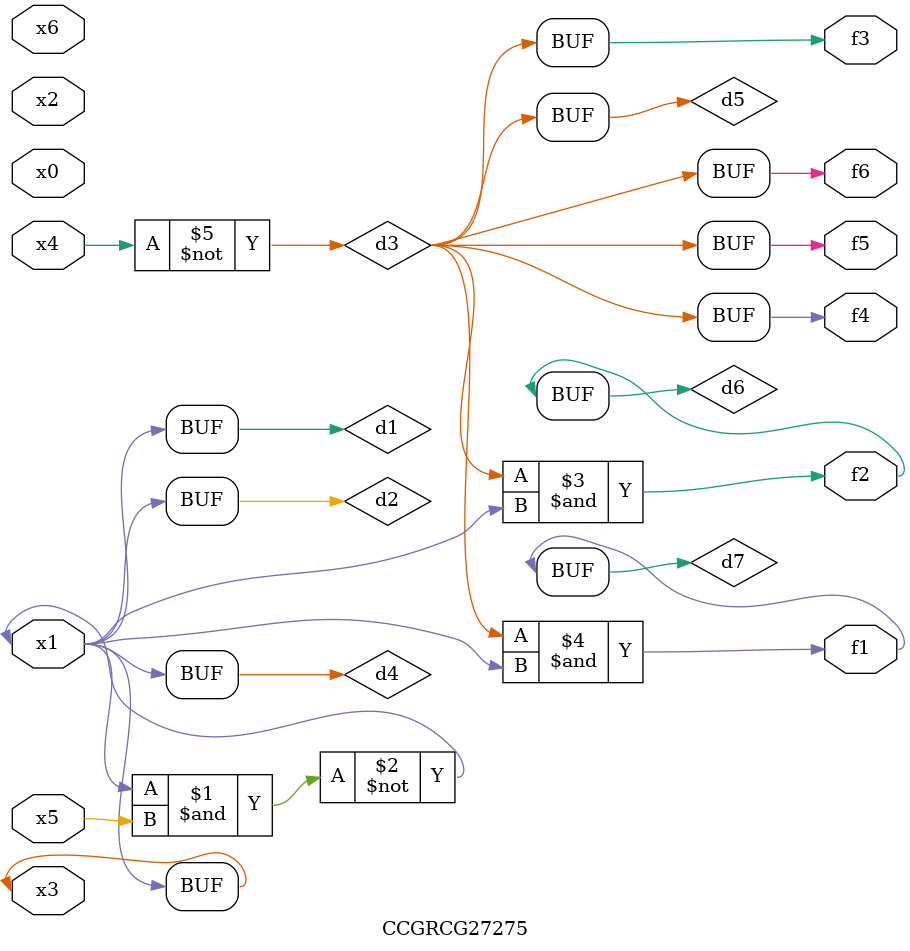
<source format=v>
module CCGRCG27275(
	input x0, x1, x2, x3, x4, x5, x6,
	output f1, f2, f3, f4, f5, f6
);

	wire d1, d2, d3, d4, d5, d6, d7;

	buf (d1, x1, x3);
	nand (d2, x1, x5);
	not (d3, x4);
	buf (d4, d1, d2);
	buf (d5, d3);
	and (d6, d3, d4);
	and (d7, d3, d4);
	assign f1 = d7;
	assign f2 = d6;
	assign f3 = d5;
	assign f4 = d5;
	assign f5 = d5;
	assign f6 = d5;
endmodule

</source>
